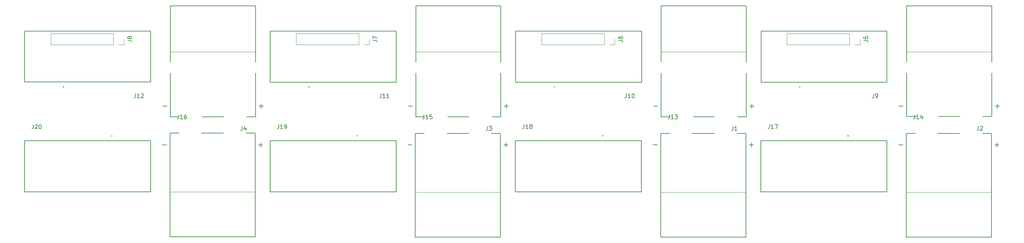
<source format=gbr>
%TF.GenerationSoftware,KiCad,Pcbnew,(6.0.7)*%
%TF.CreationDate,2024-02-08T01:47:39+01:00*%
%TF.ProjectId,RACK_CONNECTOR,5241434b-5f43-44f4-9e4e-4543544f522e,rev?*%
%TF.SameCoordinates,Original*%
%TF.FileFunction,Legend,Top*%
%TF.FilePolarity,Positive*%
%FSLAX46Y46*%
G04 Gerber Fmt 4.6, Leading zero omitted, Abs format (unit mm)*
G04 Created by KiCad (PCBNEW (6.0.7)) date 2024-02-08 01:47:39*
%MOMM*%
%LPD*%
G01*
G04 APERTURE LIST*
%ADD10C,0.150000*%
%ADD11C,0.127000*%
%ADD12C,0.200000*%
%ADD13C,0.120000*%
G04 APERTURE END LIST*
D10*
%TO.C,J11*%
X110570476Y-59637380D02*
X110570476Y-60351666D01*
X110522857Y-60494523D01*
X110427619Y-60589761D01*
X110284761Y-60637380D01*
X110189523Y-60637380D01*
X111570476Y-60637380D02*
X110999047Y-60637380D01*
X111284761Y-60637380D02*
X111284761Y-59637380D01*
X111189523Y-59780238D01*
X111094285Y-59875476D01*
X110999047Y-59923095D01*
X112522857Y-60637380D02*
X111951428Y-60637380D01*
X112237142Y-60637380D02*
X112237142Y-59637380D01*
X112141904Y-59780238D01*
X112046666Y-59875476D01*
X111951428Y-59923095D01*
%TO.C,J9*%
X231036666Y-59647380D02*
X231036666Y-60361666D01*
X230989047Y-60504523D01*
X230893809Y-60599761D01*
X230750952Y-60647380D01*
X230655714Y-60647380D01*
X231560476Y-60647380D02*
X231750952Y-60647380D01*
X231846190Y-60599761D01*
X231893809Y-60552142D01*
X231989047Y-60409285D01*
X232036666Y-60218809D01*
X232036666Y-59837857D01*
X231989047Y-59742619D01*
X231941428Y-59695000D01*
X231846190Y-59647380D01*
X231655714Y-59647380D01*
X231560476Y-59695000D01*
X231512857Y-59742619D01*
X231465238Y-59837857D01*
X231465238Y-60075952D01*
X231512857Y-60171190D01*
X231560476Y-60218809D01*
X231655714Y-60266428D01*
X231846190Y-60266428D01*
X231941428Y-60218809D01*
X231989047Y-60171190D01*
X232036666Y-60075952D01*
%TO.C,J14*%
X241105476Y-64787380D02*
X241105476Y-65501666D01*
X241057857Y-65644523D01*
X240962619Y-65739761D01*
X240819761Y-65787380D01*
X240724523Y-65787380D01*
X242105476Y-65787380D02*
X241534047Y-65787380D01*
X241819761Y-65787380D02*
X241819761Y-64787380D01*
X241724523Y-64930238D01*
X241629285Y-65025476D01*
X241534047Y-65073095D01*
X242962619Y-65120714D02*
X242962619Y-65787380D01*
X242724523Y-64739761D02*
X242486428Y-65454047D01*
X243105476Y-65454047D01*
%TO.C,J15*%
X121095476Y-64787380D02*
X121095476Y-65501666D01*
X121047857Y-65644523D01*
X120952619Y-65739761D01*
X120809761Y-65787380D01*
X120714523Y-65787380D01*
X122095476Y-65787380D02*
X121524047Y-65787380D01*
X121809761Y-65787380D02*
X121809761Y-64787380D01*
X121714523Y-64930238D01*
X121619285Y-65025476D01*
X121524047Y-65073095D01*
X123000238Y-64787380D02*
X122524047Y-64787380D01*
X122476428Y-65263571D01*
X122524047Y-65215952D01*
X122619285Y-65168333D01*
X122857380Y-65168333D01*
X122952619Y-65215952D01*
X123000238Y-65263571D01*
X123047857Y-65358809D01*
X123047857Y-65596904D01*
X123000238Y-65692142D01*
X122952619Y-65739761D01*
X122857380Y-65787380D01*
X122619285Y-65787380D01*
X122524047Y-65739761D01*
X122476428Y-65692142D01*
%TO.C,J19*%
X85555476Y-67167380D02*
X85555476Y-67881666D01*
X85507857Y-68024523D01*
X85412619Y-68119761D01*
X85269761Y-68167380D01*
X85174523Y-68167380D01*
X86555476Y-68167380D02*
X85984047Y-68167380D01*
X86269761Y-68167380D02*
X86269761Y-67167380D01*
X86174523Y-67310238D01*
X86079285Y-67405476D01*
X85984047Y-67453095D01*
X87031666Y-68167380D02*
X87222142Y-68167380D01*
X87317380Y-68119761D01*
X87365000Y-68072142D01*
X87460238Y-67929285D01*
X87507857Y-67738809D01*
X87507857Y-67357857D01*
X87460238Y-67262619D01*
X87412619Y-67215000D01*
X87317380Y-67167380D01*
X87126904Y-67167380D01*
X87031666Y-67215000D01*
X86984047Y-67262619D01*
X86936428Y-67357857D01*
X86936428Y-67595952D01*
X86984047Y-67691190D01*
X87031666Y-67738809D01*
X87126904Y-67786428D01*
X87317380Y-67786428D01*
X87412619Y-67738809D01*
X87460238Y-67691190D01*
X87507857Y-67595952D01*
%TO.C,J6*%
X168632380Y-46563333D02*
X169346666Y-46563333D01*
X169489523Y-46610952D01*
X169584761Y-46706190D01*
X169632380Y-46849047D01*
X169632380Y-46944285D01*
X168632380Y-45658571D02*
X168632380Y-45849047D01*
X168680000Y-45944285D01*
X168727619Y-45991904D01*
X168870476Y-46087142D01*
X169060952Y-46134761D01*
X169441904Y-46134761D01*
X169537142Y-46087142D01*
X169584761Y-46039523D01*
X169632380Y-45944285D01*
X169632380Y-45753809D01*
X169584761Y-45658571D01*
X169537142Y-45610952D01*
X169441904Y-45563333D01*
X169203809Y-45563333D01*
X169108571Y-45610952D01*
X169060952Y-45658571D01*
X169013333Y-45753809D01*
X169013333Y-45944285D01*
X169060952Y-46039523D01*
X169108571Y-46087142D01*
X169203809Y-46134761D01*
%TO.C,J16*%
X61105476Y-64777380D02*
X61105476Y-65491666D01*
X61057857Y-65634523D01*
X60962619Y-65729761D01*
X60819761Y-65777380D01*
X60724523Y-65777380D01*
X62105476Y-65777380D02*
X61534047Y-65777380D01*
X61819761Y-65777380D02*
X61819761Y-64777380D01*
X61724523Y-64920238D01*
X61629285Y-65015476D01*
X61534047Y-65063095D01*
X62962619Y-64777380D02*
X62772142Y-64777380D01*
X62676904Y-64825000D01*
X62629285Y-64872619D01*
X62534047Y-65015476D01*
X62486428Y-65205952D01*
X62486428Y-65586904D01*
X62534047Y-65682142D01*
X62581666Y-65729761D01*
X62676904Y-65777380D01*
X62867380Y-65777380D01*
X62962619Y-65729761D01*
X63010238Y-65682142D01*
X63057857Y-65586904D01*
X63057857Y-65348809D01*
X63010238Y-65253571D01*
X62962619Y-65205952D01*
X62867380Y-65158333D01*
X62676904Y-65158333D01*
X62581666Y-65205952D01*
X62534047Y-65253571D01*
X62486428Y-65348809D01*
%TO.C,J4*%
X76631666Y-67597380D02*
X76631666Y-68311666D01*
X76584047Y-68454523D01*
X76488809Y-68549761D01*
X76345952Y-68597380D01*
X76250714Y-68597380D01*
X77536428Y-67930714D02*
X77536428Y-68597380D01*
X77298333Y-67549761D02*
X77060238Y-68264047D01*
X77679285Y-68264047D01*
%TO.C,J20*%
X25565476Y-67197380D02*
X25565476Y-67911666D01*
X25517857Y-68054523D01*
X25422619Y-68149761D01*
X25279761Y-68197380D01*
X25184523Y-68197380D01*
X25994047Y-67292619D02*
X26041666Y-67245000D01*
X26136904Y-67197380D01*
X26375000Y-67197380D01*
X26470238Y-67245000D01*
X26517857Y-67292619D01*
X26565476Y-67387857D01*
X26565476Y-67483095D01*
X26517857Y-67625952D01*
X25946428Y-68197380D01*
X26565476Y-68197380D01*
X27184523Y-67197380D02*
X27279761Y-67197380D01*
X27375000Y-67245000D01*
X27422619Y-67292619D01*
X27470238Y-67387857D01*
X27517857Y-67578333D01*
X27517857Y-67816428D01*
X27470238Y-68006904D01*
X27422619Y-68102142D01*
X27375000Y-68149761D01*
X27279761Y-68197380D01*
X27184523Y-68197380D01*
X27089285Y-68149761D01*
X27041666Y-68102142D01*
X26994047Y-68006904D01*
X26946428Y-67816428D01*
X26946428Y-67578333D01*
X26994047Y-67387857D01*
X27041666Y-67292619D01*
X27089285Y-67245000D01*
X27184523Y-67197380D01*
%TO.C,J18*%
X145565476Y-67157380D02*
X145565476Y-67871666D01*
X145517857Y-68014523D01*
X145422619Y-68109761D01*
X145279761Y-68157380D01*
X145184523Y-68157380D01*
X146565476Y-68157380D02*
X145994047Y-68157380D01*
X146279761Y-68157380D02*
X146279761Y-67157380D01*
X146184523Y-67300238D01*
X146089285Y-67395476D01*
X145994047Y-67443095D01*
X147136904Y-67585952D02*
X147041666Y-67538333D01*
X146994047Y-67490714D01*
X146946428Y-67395476D01*
X146946428Y-67347857D01*
X146994047Y-67252619D01*
X147041666Y-67205000D01*
X147136904Y-67157380D01*
X147327380Y-67157380D01*
X147422619Y-67205000D01*
X147470238Y-67252619D01*
X147517857Y-67347857D01*
X147517857Y-67395476D01*
X147470238Y-67490714D01*
X147422619Y-67538333D01*
X147327380Y-67585952D01*
X147136904Y-67585952D01*
X147041666Y-67633571D01*
X146994047Y-67681190D01*
X146946428Y-67776428D01*
X146946428Y-67966904D01*
X146994047Y-68062142D01*
X147041666Y-68109761D01*
X147136904Y-68157380D01*
X147327380Y-68157380D01*
X147422619Y-68109761D01*
X147470238Y-68062142D01*
X147517857Y-67966904D01*
X147517857Y-67776428D01*
X147470238Y-67681190D01*
X147422619Y-67633571D01*
X147327380Y-67585952D01*
%TO.C,J7*%
X108612380Y-46558333D02*
X109326666Y-46558333D01*
X109469523Y-46605952D01*
X109564761Y-46701190D01*
X109612380Y-46844047D01*
X109612380Y-46939285D01*
X108612380Y-46177380D02*
X108612380Y-45510714D01*
X109612380Y-45939285D01*
%TO.C,J17*%
X205555476Y-67167380D02*
X205555476Y-67881666D01*
X205507857Y-68024523D01*
X205412619Y-68119761D01*
X205269761Y-68167380D01*
X205174523Y-68167380D01*
X206555476Y-68167380D02*
X205984047Y-68167380D01*
X206269761Y-68167380D02*
X206269761Y-67167380D01*
X206174523Y-67310238D01*
X206079285Y-67405476D01*
X205984047Y-67453095D01*
X206888809Y-67167380D02*
X207555476Y-67167380D01*
X207126904Y-68167380D01*
%TO.C,J1*%
X196631666Y-67597380D02*
X196631666Y-68311666D01*
X196584047Y-68454523D01*
X196488809Y-68549761D01*
X196345952Y-68597380D01*
X196250714Y-68597380D01*
X197631666Y-68597380D02*
X197060238Y-68597380D01*
X197345952Y-68597380D02*
X197345952Y-67597380D01*
X197250714Y-67740238D01*
X197155476Y-67835476D01*
X197060238Y-67883095D01*
%TO.C,J3*%
X136631666Y-67597380D02*
X136631666Y-68311666D01*
X136584047Y-68454523D01*
X136488809Y-68549761D01*
X136345952Y-68597380D01*
X136250714Y-68597380D01*
X137012619Y-67597380D02*
X137631666Y-67597380D01*
X137298333Y-67978333D01*
X137441190Y-67978333D01*
X137536428Y-68025952D01*
X137584047Y-68073571D01*
X137631666Y-68168809D01*
X137631666Y-68406904D01*
X137584047Y-68502142D01*
X137536428Y-68549761D01*
X137441190Y-68597380D01*
X137155476Y-68597380D01*
X137060238Y-68549761D01*
X137012619Y-68502142D01*
%TO.C,J10*%
X170560476Y-59637380D02*
X170560476Y-60351666D01*
X170512857Y-60494523D01*
X170417619Y-60589761D01*
X170274761Y-60637380D01*
X170179523Y-60637380D01*
X171560476Y-60637380D02*
X170989047Y-60637380D01*
X171274761Y-60637380D02*
X171274761Y-59637380D01*
X171179523Y-59780238D01*
X171084285Y-59875476D01*
X170989047Y-59923095D01*
X172179523Y-59637380D02*
X172274761Y-59637380D01*
X172370000Y-59685000D01*
X172417619Y-59732619D01*
X172465238Y-59827857D01*
X172512857Y-60018333D01*
X172512857Y-60256428D01*
X172465238Y-60446904D01*
X172417619Y-60542142D01*
X172370000Y-60589761D01*
X172274761Y-60637380D01*
X172179523Y-60637380D01*
X172084285Y-60589761D01*
X172036666Y-60542142D01*
X171989047Y-60446904D01*
X171941428Y-60256428D01*
X171941428Y-60018333D01*
X171989047Y-59827857D01*
X172036666Y-59732619D01*
X172084285Y-59685000D01*
X172179523Y-59637380D01*
%TO.C,J12*%
X50550476Y-59607380D02*
X50550476Y-60321666D01*
X50502857Y-60464523D01*
X50407619Y-60559761D01*
X50264761Y-60607380D01*
X50169523Y-60607380D01*
X51550476Y-60607380D02*
X50979047Y-60607380D01*
X51264761Y-60607380D02*
X51264761Y-59607380D01*
X51169523Y-59750238D01*
X51074285Y-59845476D01*
X50979047Y-59893095D01*
X51931428Y-59702619D02*
X51979047Y-59655000D01*
X52074285Y-59607380D01*
X52312380Y-59607380D01*
X52407619Y-59655000D01*
X52455238Y-59702619D01*
X52502857Y-59797857D01*
X52502857Y-59893095D01*
X52455238Y-60035952D01*
X51883809Y-60607380D01*
X52502857Y-60607380D01*
%TO.C,J2*%
X256641666Y-67587380D02*
X256641666Y-68301666D01*
X256594047Y-68444523D01*
X256498809Y-68539761D01*
X256355952Y-68587380D01*
X256260714Y-68587380D01*
X257070238Y-67682619D02*
X257117857Y-67635000D01*
X257213095Y-67587380D01*
X257451190Y-67587380D01*
X257546428Y-67635000D01*
X257594047Y-67682619D01*
X257641666Y-67777857D01*
X257641666Y-67873095D01*
X257594047Y-68015952D01*
X257022619Y-68587380D01*
X257641666Y-68587380D01*
%TO.C,J8*%
X48632380Y-46553333D02*
X49346666Y-46553333D01*
X49489523Y-46600952D01*
X49584761Y-46696190D01*
X49632380Y-46839047D01*
X49632380Y-46934285D01*
X49060952Y-45934285D02*
X49013333Y-46029523D01*
X48965714Y-46077142D01*
X48870476Y-46124761D01*
X48822857Y-46124761D01*
X48727619Y-46077142D01*
X48680000Y-46029523D01*
X48632380Y-45934285D01*
X48632380Y-45743809D01*
X48680000Y-45648571D01*
X48727619Y-45600952D01*
X48822857Y-45553333D01*
X48870476Y-45553333D01*
X48965714Y-45600952D01*
X49013333Y-45648571D01*
X49060952Y-45743809D01*
X49060952Y-45934285D01*
X49108571Y-46029523D01*
X49156190Y-46077142D01*
X49251428Y-46124761D01*
X49441904Y-46124761D01*
X49537142Y-46077142D01*
X49584761Y-46029523D01*
X49632380Y-45934285D01*
X49632380Y-45743809D01*
X49584761Y-45648571D01*
X49537142Y-45600952D01*
X49441904Y-45553333D01*
X49251428Y-45553333D01*
X49156190Y-45600952D01*
X49108571Y-45648571D01*
X49060952Y-45743809D01*
%TO.C,J5*%
X228622380Y-46563333D02*
X229336666Y-46563333D01*
X229479523Y-46610952D01*
X229574761Y-46706190D01*
X229622380Y-46849047D01*
X229622380Y-46944285D01*
X228622380Y-45610952D02*
X228622380Y-46087142D01*
X229098571Y-46134761D01*
X229050952Y-46087142D01*
X229003333Y-45991904D01*
X229003333Y-45753809D01*
X229050952Y-45658571D01*
X229098571Y-45610952D01*
X229193809Y-45563333D01*
X229431904Y-45563333D01*
X229527142Y-45610952D01*
X229574761Y-45658571D01*
X229622380Y-45753809D01*
X229622380Y-45991904D01*
X229574761Y-46087142D01*
X229527142Y-46134761D01*
%TO.C,J13*%
X181095476Y-64787380D02*
X181095476Y-65501666D01*
X181047857Y-65644523D01*
X180952619Y-65739761D01*
X180809761Y-65787380D01*
X180714523Y-65787380D01*
X182095476Y-65787380D02*
X181524047Y-65787380D01*
X181809761Y-65787380D02*
X181809761Y-64787380D01*
X181714523Y-64930238D01*
X181619285Y-65025476D01*
X181524047Y-65073095D01*
X182428809Y-64787380D02*
X183047857Y-64787380D01*
X182714523Y-65168333D01*
X182857380Y-65168333D01*
X182952619Y-65215952D01*
X183000238Y-65263571D01*
X183047857Y-65358809D01*
X183047857Y-65596904D01*
X183000238Y-65692142D01*
X182952619Y-65739761D01*
X182857380Y-65787380D01*
X182571666Y-65787380D01*
X182476428Y-65739761D01*
X182428809Y-65692142D01*
D11*
%TO.C,J11*%
X114305000Y-56770000D02*
X114305000Y-44270000D01*
X83495000Y-44270000D02*
X83495000Y-56770000D01*
X83495000Y-56770000D02*
X114305000Y-56770000D01*
X114305000Y-44270000D02*
X83495000Y-44270000D01*
D12*
X93080000Y-57970000D02*
G75*
G03*
X93080000Y-57970000I-100000J0D01*
G01*
D11*
%TO.C,J9*%
X234295000Y-44280000D02*
X203485000Y-44280000D01*
X203485000Y-56780000D02*
X234295000Y-56780000D01*
X234295000Y-56780000D02*
X234295000Y-44280000D01*
X203485000Y-44280000D02*
X203485000Y-56780000D01*
D12*
X213070000Y-57980000D02*
G75*
G03*
X213070000Y-57980000I-100000J0D01*
G01*
D11*
%TO.C,J14*%
X238140000Y-72150000D02*
X237140000Y-72150000D01*
X252062000Y-69300000D02*
X246718000Y-69300000D01*
D13*
X259804000Y-83694000D02*
X238976000Y-83694000D01*
D11*
X259790000Y-79280000D02*
X259790000Y-94700000D01*
X238990000Y-94700000D02*
X238990000Y-79280000D01*
D13*
X259790000Y-94700000D02*
X259804000Y-83694000D01*
D11*
X257618000Y-69300000D02*
X259790000Y-69300000D01*
X238990000Y-69300000D02*
X241162000Y-69300000D01*
X238990000Y-69300000D02*
X238990000Y-79280000D01*
X259790000Y-94700000D02*
X238990000Y-94700000D01*
X261140000Y-72650000D02*
X261140000Y-71650000D01*
X260640000Y-72150000D02*
X261640000Y-72150000D01*
X259790000Y-69300000D02*
X259790000Y-79280000D01*
%TO.C,J15*%
X140630000Y-72150000D02*
X141630000Y-72150000D01*
X118980000Y-69300000D02*
X118980000Y-79280000D01*
D13*
X139780000Y-94700000D02*
X139794000Y-83694000D01*
D11*
X139780000Y-69300000D02*
X139780000Y-79280000D01*
X137608000Y-69300000D02*
X139780000Y-69300000D01*
X139780000Y-94700000D02*
X118980000Y-94700000D01*
D13*
X139794000Y-83694000D02*
X118966000Y-83694000D01*
D11*
X118980000Y-94700000D02*
X118980000Y-79280000D01*
X132052000Y-69300000D02*
X126708000Y-69300000D01*
X118980000Y-69300000D02*
X121152000Y-69300000D01*
X118130000Y-72150000D02*
X117130000Y-72150000D01*
X139780000Y-79280000D02*
X139780000Y-94700000D01*
X141130000Y-72650000D02*
X141130000Y-71650000D01*
%TO.C,J19*%
X83440000Y-71130000D02*
X83440000Y-83630000D01*
X83440000Y-83630000D02*
X114250000Y-83630000D01*
X114250000Y-83630000D02*
X114250000Y-71130000D01*
X114250000Y-71130000D02*
X83440000Y-71130000D01*
D12*
X104865000Y-69930000D02*
G75*
G03*
X104865000Y-69930000I-100000J0D01*
G01*
D13*
%TO.C,J6*%
X149840000Y-44900000D02*
X149840000Y-47560000D01*
X165140000Y-47560000D02*
X149840000Y-47560000D01*
X167740000Y-46230000D02*
X167740000Y-47560000D01*
X167740000Y-47560000D02*
X166410000Y-47560000D01*
X165140000Y-44900000D02*
X165140000Y-47560000D01*
X165140000Y-44900000D02*
X149840000Y-44900000D01*
D11*
%TO.C,J16*%
X58990000Y-94690000D02*
X58990000Y-79270000D01*
X58990000Y-69290000D02*
X58990000Y-79270000D01*
D13*
X79790000Y-94690000D02*
X79804000Y-83684000D01*
D11*
X79790000Y-69290000D02*
X79790000Y-79270000D01*
X77618000Y-69290000D02*
X79790000Y-69290000D01*
X80640000Y-72140000D02*
X81640000Y-72140000D01*
X58990000Y-69290000D02*
X61162000Y-69290000D01*
X79790000Y-94690000D02*
X58990000Y-94690000D01*
X79790000Y-79270000D02*
X79790000Y-94690000D01*
X72062000Y-69290000D02*
X66718000Y-69290000D01*
X81140000Y-72640000D02*
X81140000Y-71640000D01*
D13*
X79804000Y-83684000D02*
X58976000Y-83684000D01*
D11*
X58140000Y-72140000D02*
X57140000Y-72140000D01*
%TO.C,J4*%
X59090000Y-54540000D02*
X59090000Y-65240000D01*
X79890000Y-38140000D02*
X59090000Y-38140000D01*
X58240000Y-62640000D02*
X57240000Y-62640000D01*
X81240000Y-62140000D02*
X81240000Y-63140000D01*
X79890000Y-65240000D02*
X79890000Y-54540000D01*
X79890000Y-51790000D02*
X79890000Y-38140000D01*
X72090000Y-65240000D02*
X66890000Y-65240000D01*
X80740000Y-62640000D02*
X81740000Y-62640000D01*
X77740000Y-65240000D02*
X79890000Y-65240000D01*
D13*
X79904000Y-49330000D02*
X59076000Y-49330000D01*
D11*
X59090000Y-38140000D02*
X59090000Y-51790000D01*
X59090000Y-65240000D02*
X61240000Y-65240000D01*
%TO.C,J20*%
X54260000Y-83660000D02*
X54260000Y-71160000D01*
X23450000Y-71160000D02*
X23450000Y-83660000D01*
X54260000Y-71160000D02*
X23450000Y-71160000D01*
X23450000Y-83660000D02*
X54260000Y-83660000D01*
D12*
X44875000Y-69960000D02*
G75*
G03*
X44875000Y-69960000I-100000J0D01*
G01*
D11*
%TO.C,J18*%
X174260000Y-71120000D02*
X143450000Y-71120000D01*
X143450000Y-83620000D02*
X174260000Y-83620000D01*
X174260000Y-83620000D02*
X174260000Y-71120000D01*
X143450000Y-71120000D02*
X143450000Y-83620000D01*
D12*
X164875000Y-69920000D02*
G75*
G03*
X164875000Y-69920000I-100000J0D01*
G01*
D13*
%TO.C,J7*%
X107720000Y-47555000D02*
X106390000Y-47555000D01*
X105120000Y-44895000D02*
X105120000Y-47555000D01*
X89820000Y-44895000D02*
X89820000Y-47555000D01*
X105120000Y-44895000D02*
X89820000Y-44895000D01*
X105120000Y-47555000D02*
X89820000Y-47555000D01*
X107720000Y-46225000D02*
X107720000Y-47555000D01*
D11*
%TO.C,J17*%
X234250000Y-71130000D02*
X203440000Y-71130000D01*
X203440000Y-83630000D02*
X234250000Y-83630000D01*
X234250000Y-83630000D02*
X234250000Y-71130000D01*
X203440000Y-71130000D02*
X203440000Y-83630000D01*
D12*
X224865000Y-69930000D02*
G75*
G03*
X224865000Y-69930000I-100000J0D01*
G01*
D11*
%TO.C,J1*%
X200740000Y-62640000D02*
X201740000Y-62640000D01*
X199890000Y-65240000D02*
X199890000Y-54540000D01*
X199890000Y-51790000D02*
X199890000Y-38140000D01*
X197740000Y-65240000D02*
X199890000Y-65240000D01*
X199890000Y-38140000D02*
X179090000Y-38140000D01*
D13*
X199904000Y-49330000D02*
X179076000Y-49330000D01*
D11*
X179090000Y-38140000D02*
X179090000Y-51790000D01*
X179090000Y-54540000D02*
X179090000Y-65240000D01*
X201240000Y-62140000D02*
X201240000Y-63140000D01*
X192090000Y-65240000D02*
X186890000Y-65240000D01*
X179090000Y-65240000D02*
X181240000Y-65240000D01*
X178240000Y-62640000D02*
X177240000Y-62640000D01*
%TO.C,J3*%
X119090000Y-38140000D02*
X119090000Y-51790000D01*
X118240000Y-62640000D02*
X117240000Y-62640000D01*
X137740000Y-65240000D02*
X139890000Y-65240000D01*
X139890000Y-38140000D02*
X119090000Y-38140000D01*
X139890000Y-65240000D02*
X139890000Y-54540000D01*
X132090000Y-65240000D02*
X126890000Y-65240000D01*
X139890000Y-51790000D02*
X139890000Y-38140000D01*
X119090000Y-54540000D02*
X119090000Y-65240000D01*
X119090000Y-65240000D02*
X121240000Y-65240000D01*
X140740000Y-62640000D02*
X141740000Y-62640000D01*
X141240000Y-62140000D02*
X141240000Y-63140000D01*
D13*
X139904000Y-49330000D02*
X119076000Y-49330000D01*
D11*
%TO.C,J10*%
X174295000Y-44270000D02*
X143485000Y-44270000D01*
X143485000Y-44270000D02*
X143485000Y-56770000D01*
X143485000Y-56770000D02*
X174295000Y-56770000D01*
X174295000Y-56770000D02*
X174295000Y-44270000D01*
D12*
X153070000Y-57970000D02*
G75*
G03*
X153070000Y-57970000I-100000J0D01*
G01*
D11*
%TO.C,J12*%
X54285000Y-56740000D02*
X54285000Y-44240000D01*
X23475000Y-44240000D02*
X23475000Y-56740000D01*
X54285000Y-44240000D02*
X23475000Y-44240000D01*
X23475000Y-56740000D02*
X54285000Y-56740000D01*
D12*
X33060000Y-57940000D02*
G75*
G03*
X33060000Y-57940000I-100000J0D01*
G01*
D11*
%TO.C,J2*%
X238250000Y-62630000D02*
X237250000Y-62630000D01*
X257750000Y-65230000D02*
X259900000Y-65230000D01*
X239100000Y-38130000D02*
X239100000Y-51780000D01*
X259900000Y-65230000D02*
X259900000Y-54530000D01*
X260750000Y-62630000D02*
X261750000Y-62630000D01*
X239100000Y-54530000D02*
X239100000Y-65230000D01*
X239100000Y-65230000D02*
X241250000Y-65230000D01*
X259900000Y-51780000D02*
X259900000Y-38130000D01*
D13*
X259914000Y-49320000D02*
X239086000Y-49320000D01*
D11*
X259900000Y-38130000D02*
X239100000Y-38130000D01*
X261250000Y-62130000D02*
X261250000Y-63130000D01*
X252100000Y-65230000D02*
X246900000Y-65230000D01*
D13*
%TO.C,J8*%
X45140000Y-47550000D02*
X29840000Y-47550000D01*
X45140000Y-44890000D02*
X29840000Y-44890000D01*
X29840000Y-44890000D02*
X29840000Y-47550000D01*
X45140000Y-44890000D02*
X45140000Y-47550000D01*
X47740000Y-47550000D02*
X46410000Y-47550000D01*
X47740000Y-46220000D02*
X47740000Y-47550000D01*
%TO.C,J5*%
X225130000Y-44900000D02*
X209830000Y-44900000D01*
X227730000Y-46230000D02*
X227730000Y-47560000D01*
X227730000Y-47560000D02*
X226400000Y-47560000D01*
X225130000Y-47560000D02*
X209830000Y-47560000D01*
X209830000Y-44900000D02*
X209830000Y-47560000D01*
X225130000Y-44900000D02*
X225130000Y-47560000D01*
D11*
%TO.C,J13*%
X178980000Y-69300000D02*
X178980000Y-79280000D01*
X197608000Y-69300000D02*
X199780000Y-69300000D01*
X199780000Y-94700000D02*
X178980000Y-94700000D01*
X201130000Y-72650000D02*
X201130000Y-71650000D01*
X178980000Y-69300000D02*
X181152000Y-69300000D01*
X178980000Y-94700000D02*
X178980000Y-79280000D01*
X200630000Y-72150000D02*
X201630000Y-72150000D01*
D13*
X199794000Y-83694000D02*
X178966000Y-83694000D01*
D11*
X199780000Y-69300000D02*
X199780000Y-79280000D01*
X178130000Y-72150000D02*
X177130000Y-72150000D01*
X192052000Y-69300000D02*
X186708000Y-69300000D01*
D13*
X199780000Y-94700000D02*
X199794000Y-83694000D01*
D11*
X199780000Y-79280000D02*
X199780000Y-94700000D01*
%TD*%
M02*

</source>
